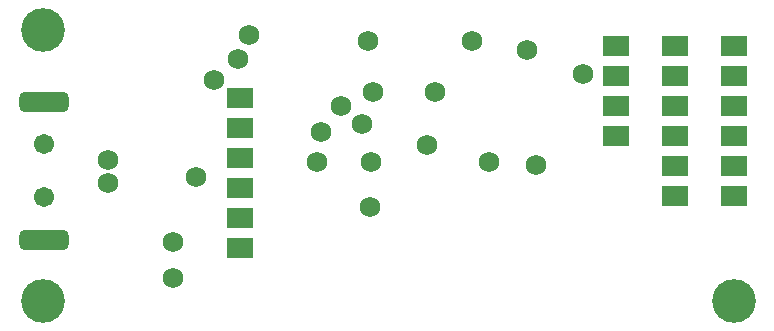
<source format=gbs>
G04*
G04 #@! TF.GenerationSoftware,Altium Limited,Altium Designer,24.4.1 (13)*
G04*
G04 Layer_Color=16711935*
%FSLAX44Y44*%
%MOMM*%
G71*
G04*
G04 #@! TF.SameCoordinates,2532A9CE-C595-4F9E-AB26-32F22B0E5C71*
G04*
G04*
G04 #@! TF.FilePolarity,Negative*
G04*
G01*
G75*
%ADD24C,3.7032*%
%ADD25C,1.7272*%
%ADD26R,2.2032X1.7032*%
%ADD27C,1.7032*%
G04:AMPARAMS|DCode=28|XSize=4.2032mm|YSize=1.7032mm|CornerRadius=0.4766mm|HoleSize=0mm|Usage=FLASHONLY|Rotation=0.000|XOffset=0mm|YOffset=0mm|HoleType=Round|Shape=RoundedRectangle|*
%AMROUNDEDRECTD28*
21,1,4.2032,0.7500,0,0,0.0*
21,1,3.2500,1.7032,0,0,0.0*
1,1,0.9532,1.6250,-0.3750*
1,1,0.9532,-1.6250,-0.3750*
1,1,0.9532,-1.6250,0.3750*
1,1,0.9532,1.6250,0.3750*
%
%ADD28ROUNDEDRECTD28*%
D24*
X26000Y256000D02*
D03*
Y26000D02*
D03*
X611000D02*
D03*
D25*
X483500Y218500D02*
D03*
X403500Y143500D02*
D03*
X306000Y203500D02*
D03*
X261725Y169225D02*
D03*
X278500Y191000D02*
D03*
X358500Y203500D02*
D03*
X296000Y176000D02*
D03*
X389100Y246600D02*
D03*
X351000Y158500D02*
D03*
X436000Y238500D02*
D03*
X303350Y105850D02*
D03*
X443500Y141000D02*
D03*
X303500Y143500D02*
D03*
X171000Y213500D02*
D03*
X258500Y143500D02*
D03*
X136000Y46000D02*
D03*
X301000Y246000D02*
D03*
X201000Y251000D02*
D03*
X191000Y231000D02*
D03*
X81000Y126000D02*
D03*
Y146000D02*
D03*
X156000Y131000D02*
D03*
X136000Y76000D02*
D03*
D26*
X561000Y241800D02*
D03*
Y216400D02*
D03*
Y140200D02*
D03*
Y114800D02*
D03*
Y165600D02*
D03*
Y191000D02*
D03*
X193000Y121600D02*
D03*
Y147000D02*
D03*
Y197800D02*
D03*
Y172400D02*
D03*
Y96200D02*
D03*
Y70800D02*
D03*
X611000Y241800D02*
D03*
Y216400D02*
D03*
Y140200D02*
D03*
Y114800D02*
D03*
Y165600D02*
D03*
Y191000D02*
D03*
X511000Y241800D02*
D03*
Y216400D02*
D03*
Y165600D02*
D03*
Y191000D02*
D03*
D27*
X26750Y114110D02*
D03*
Y159110D02*
D03*
D28*
Y78110D02*
D03*
Y195110D02*
D03*
M02*

</source>
